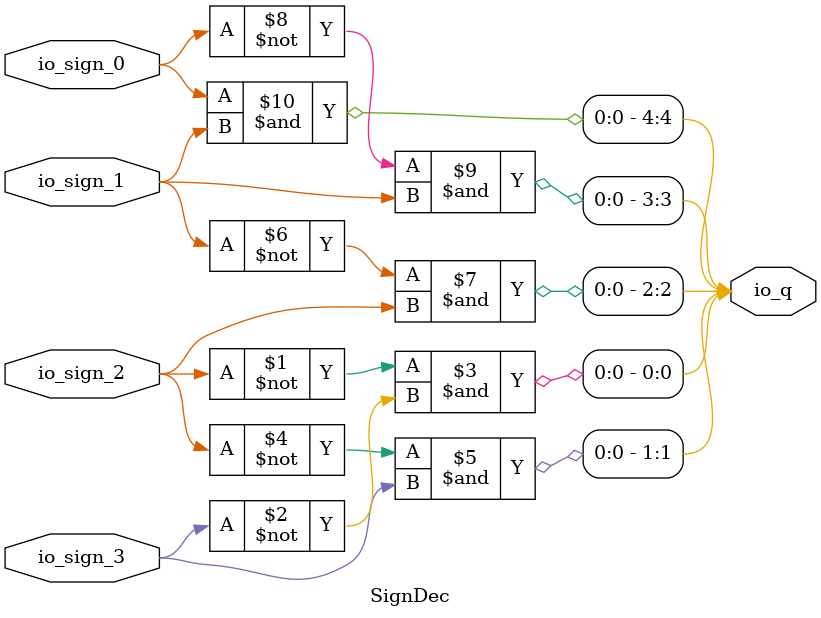
<source format=v>
`ifndef RANDOMIZE
  `ifdef RANDOMIZE_MEM_INIT
    `define RANDOMIZE
  `endif // RANDOMIZE_MEM_INIT
`endif // not def RANDOMIZE
`ifndef RANDOMIZE
  `ifdef RANDOMIZE_REG_INIT
    `define RANDOMIZE
  `endif // RANDOMIZE_REG_INIT
`endif // not def RANDOMIZE
`ifndef RANDOM
  `define RANDOM $random
`endif // not def RANDOM
// Users can define INIT_RANDOM as general code that gets injected into the
// initializer block for modules with registers.
`ifndef INIT_RANDOM
  `define INIT_RANDOM
`endif // not def INIT_RANDOM
// If using random initialization, you can also define RANDOMIZE_DELAY to
// customize the delay used, otherwise 0.002 is used.
`ifndef RANDOMIZE_DELAY
  `define RANDOMIZE_DELAY 0.002
`endif // not def RANDOMIZE_DELAY
// Define INIT_RANDOM_PROLOG_ for use in our modules below.
`ifndef INIT_RANDOM_PROLOG_
  `ifdef RANDOMIZE
    `ifdef VERILATOR
      `define INIT_RANDOM_PROLOG_ `INIT_RANDOM
    `else  // VERILATOR
      `define INIT_RANDOM_PROLOG_ `INIT_RANDOM #`RANDOMIZE_DELAY begin end
    `endif // VERILATOR
  `else  // RANDOMIZE
    `define INIT_RANDOM_PROLOG_
  `endif // RANDOMIZE
`endif // not def INIT_RANDOM_PROLOG_
// Include register initializers in init blocks unless synthesis is set
`ifndef SYNTHESIS
  `ifndef ENABLE_INITIAL_REG_
    `define ENABLE_INITIAL_REG_
  `endif // not def ENABLE_INITIAL_REG_
`endif // not def SYNTHESIS
// Include rmemory initializers in init blocks unless synthesis is set
`ifndef SYNTHESIS
  `ifndef ENABLE_INITIAL_MEM_
    `define ENABLE_INITIAL_MEM_
  `endif // not def ENABLE_INITIAL_MEM_
`endif // not def SYNTHESIS
module SignDec(
  input        io_sign_0,
  input        io_sign_1,
  input        io_sign_2,
  input        io_sign_3,
  output [4:0] io_q
);

  assign io_q =
    {io_sign_0 & io_sign_1,
     ~io_sign_0 & io_sign_1,
     ~io_sign_1 & io_sign_2,
     ~io_sign_2 & io_sign_3,
     ~io_sign_2 & ~io_sign_3};
endmodule


</source>
